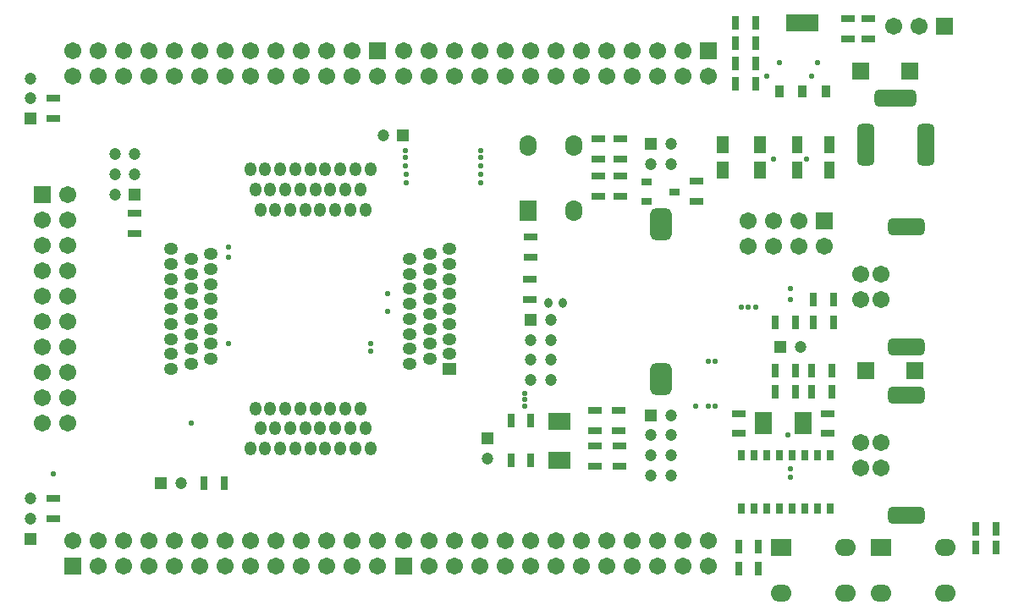
<source format=gts>
G04*
G04 #@! TF.GenerationSoftware,Altium Limited,Altium Designer,19.1.7 (138)*
G04*
G04 Layer_Color=8388736*
%FSTAX24Y24*%
%MOIN*%
G70*
G01*
G75*
%ADD32R,0.0671X0.0671*%
%ADD33R,0.0395X0.0277*%
%ADD34R,0.0568X0.0316*%
G04:AMPARAMS|DCode=35|XSize=86.7mil|YSize=126.1mil|CornerRadius=23.7mil|HoleSize=0mil|Usage=FLASHONLY|Rotation=0.000|XOffset=0mil|YOffset=0mil|HoleType=Round|Shape=RoundedRectangle|*
%AMROUNDEDRECTD35*
21,1,0.0867,0.0787,0,0,0.0*
21,1,0.0394,0.1261,0,0,0.0*
1,1,0.0474,0.0197,-0.0394*
1,1,0.0474,-0.0197,-0.0394*
1,1,0.0474,-0.0197,0.0394*
1,1,0.0474,0.0197,0.0394*
%
%ADD35ROUNDEDRECTD35*%
%ADD36R,0.0395X0.0710*%
%ADD37R,0.0316X0.0568*%
%ADD38R,0.0671X0.0867*%
%ADD39R,0.0867X0.0671*%
%ADD40R,0.0277X0.0395*%
%ADD41R,0.0474X0.0710*%
%ADD42R,0.1261X0.0671*%
%ADD43R,0.0356X0.0474*%
G04:AMPARAMS|DCode=44|XSize=67.1mil|YSize=145.8mil|CornerRadius=18.8mil|HoleSize=0mil|Usage=FLASHONLY|Rotation=270.000|XOffset=0mil|YOffset=0mil|HoleType=Round|Shape=RoundedRectangle|*
%AMROUNDEDRECTD44*
21,1,0.0671,0.1083,0,0,270.0*
21,1,0.0295,0.1458,0,0,270.0*
1,1,0.0375,-0.0541,-0.0148*
1,1,0.0375,-0.0541,0.0148*
1,1,0.0375,0.0541,0.0148*
1,1,0.0375,0.0541,-0.0148*
%
%ADD44ROUNDEDRECTD44*%
%ADD45C,0.0671*%
%ADD46C,0.0474*%
%ADD47R,0.0474X0.0474*%
%ADD48R,0.0474X0.0474*%
G04:AMPARAMS|DCode=49|XSize=165.5mil|YSize=67.1mil|CornerRadius=18.8mil|HoleSize=0mil|Usage=FLASHONLY|Rotation=90.000|XOffset=0mil|YOffset=0mil|HoleType=Round|Shape=RoundedRectangle|*
%AMROUNDEDRECTD49*
21,1,0.1655,0.0295,0,0,90.0*
21,1,0.1280,0.0671,0,0,90.0*
1,1,0.0375,0.0148,0.0640*
1,1,0.0375,0.0148,-0.0640*
1,1,0.0375,-0.0148,-0.0640*
1,1,0.0375,-0.0148,0.0640*
%
%ADD49ROUNDEDRECTD49*%
G04:AMPARAMS|DCode=50|XSize=165.5mil|YSize=67.1mil|CornerRadius=18.8mil|HoleSize=0mil|Usage=FLASHONLY|Rotation=180.000|XOffset=0mil|YOffset=0mil|HoleType=Round|Shape=RoundedRectangle|*
%AMROUNDEDRECTD50*
21,1,0.1655,0.0295,0,0,180.0*
21,1,0.1280,0.0671,0,0,180.0*
1,1,0.0375,-0.0640,0.0148*
1,1,0.0375,0.0640,0.0148*
1,1,0.0375,0.0640,-0.0148*
1,1,0.0375,-0.0640,-0.0148*
%
%ADD50ROUNDEDRECTD50*%
%ADD51R,0.0671X0.0671*%
%ADD52O,0.0828X0.0671*%
%ADD53R,0.0828X0.0671*%
%ADD54O,0.0316X0.0395*%
%ADD55O,0.0671X0.0828*%
%ADD56R,0.0671X0.0828*%
%ADD57O,0.0552X0.0474*%
%ADD58R,0.0552X0.0474*%
%ADD59O,0.0474X0.0552*%
%ADD60C,0.0218*%
D32*
X045632Y01938D02*
D03*
X043691D02*
D03*
X043494Y031191D02*
D03*
X045435D02*
D03*
X042071Y025284D02*
D03*
X025475Y011665D02*
D03*
X024464Y031985D02*
D03*
X037475Y031985D02*
D03*
X012465Y011665D02*
D03*
D33*
X035069Y026053D02*
D03*
Y026801D02*
D03*
X036171Y026427D02*
D03*
D34*
X037008Y026043D02*
D03*
Y026831D02*
D03*
X034026Y027048D02*
D03*
Y02626D02*
D03*
X033169Y02626D02*
D03*
Y027047D02*
D03*
Y028504D02*
D03*
Y027717D02*
D03*
X034022Y0285D02*
D03*
Y027713D02*
D03*
X0438Y033237D02*
D03*
Y03245D02*
D03*
X043004Y033244D02*
D03*
Y032456D02*
D03*
X038677Y017691D02*
D03*
Y016904D02*
D03*
X033967Y017815D02*
D03*
Y017028D02*
D03*
X03301Y017811D02*
D03*
Y017024D02*
D03*
X033006Y01563D02*
D03*
Y016417D02*
D03*
X033976Y01563D02*
D03*
Y016417D02*
D03*
X030472Y022972D02*
D03*
Y022185D02*
D03*
X030473Y023858D02*
D03*
Y024646D02*
D03*
X0117Y013543D02*
D03*
Y014331D02*
D03*
X014873Y025567D02*
D03*
Y024779D02*
D03*
X0117Y030107D02*
D03*
Y029319D02*
D03*
X0422Y016898D02*
D03*
Y017685D02*
D03*
D35*
X035623Y019053D02*
D03*
Y025136D02*
D03*
D36*
X042264Y028278D02*
D03*
X041004D02*
D03*
X042264Y027274D02*
D03*
X041004D02*
D03*
D37*
X040925Y021279D02*
D03*
X040138D02*
D03*
X041565Y018543D02*
D03*
X042352D02*
D03*
X04803Y013147D02*
D03*
X048818D02*
D03*
X038553Y030669D02*
D03*
X03934D02*
D03*
X038556Y031486D02*
D03*
X039344D02*
D03*
X038563Y032287D02*
D03*
X03935D02*
D03*
X038556Y033086D02*
D03*
X039344D02*
D03*
X048818Y012402D02*
D03*
X04803D02*
D03*
X038677Y01245D02*
D03*
X039465D02*
D03*
X038677Y011572D02*
D03*
X039465D02*
D03*
X041563Y01937D02*
D03*
X04235D02*
D03*
X029715Y015846D02*
D03*
X030502D02*
D03*
X029714Y017401D02*
D03*
X030502D02*
D03*
X018417Y014964D02*
D03*
X017629D02*
D03*
X040925Y01937D02*
D03*
X040138D02*
D03*
X040925Y018543D02*
D03*
X040138D02*
D03*
X042421Y022196D02*
D03*
X041634D02*
D03*
X042421Y02128D02*
D03*
X041634D02*
D03*
D38*
X039672Y0173D02*
D03*
X041208D02*
D03*
D39*
X031624Y015845D02*
D03*
Y01738D02*
D03*
D40*
X042299Y016063D02*
D03*
X041799D02*
D03*
X041299D02*
D03*
X040799D02*
D03*
X040299D02*
D03*
X039799D02*
D03*
X039299D02*
D03*
X038799D02*
D03*
Y013937D02*
D03*
X039299D02*
D03*
X039799D02*
D03*
X040299D02*
D03*
X040799D02*
D03*
X041299D02*
D03*
X041799D02*
D03*
X042299D02*
D03*
D41*
X038051Y028278D02*
D03*
X039508D02*
D03*
X038051Y027274D02*
D03*
X039508D02*
D03*
D42*
X0412Y033079D02*
D03*
D43*
X042115Y030392D02*
D03*
X0412D02*
D03*
X040294Y030382D02*
D03*
D44*
X0453Y02505D02*
D03*
Y020326D02*
D03*
Y013691D02*
D03*
Y018415D02*
D03*
D45*
X043489Y022196D02*
D03*
X044276Y02318D02*
D03*
Y022196D02*
D03*
X043489Y02318D02*
D03*
X040071Y024283D02*
D03*
Y025283D02*
D03*
X041071D02*
D03*
Y024283D02*
D03*
X042071Y024283D02*
D03*
X039071Y025283D02*
D03*
Y024283D02*
D03*
X0458Y03295D02*
D03*
X0448D02*
D03*
X043489Y016545D02*
D03*
X044276Y015561D02*
D03*
Y016545D02*
D03*
X043489Y015561D02*
D03*
X011264Y021311D02*
D03*
Y022311D02*
D03*
X012264D02*
D03*
Y023311D02*
D03*
X011264D02*
D03*
X012264Y026311D02*
D03*
X012264Y025311D02*
D03*
X011264D02*
D03*
Y024311D02*
D03*
X012264D02*
D03*
X011264Y020311D02*
D03*
X012264D02*
D03*
Y021311D02*
D03*
Y019311D02*
D03*
X011264D02*
D03*
Y018311D02*
D03*
X012264D02*
D03*
X011264Y017311D02*
D03*
X012264D02*
D03*
X030475Y011665D02*
D03*
X029475D02*
D03*
Y012665D02*
D03*
X028475D02*
D03*
Y011665D02*
D03*
X025475Y012665D02*
D03*
X026475Y012665D02*
D03*
Y011665D02*
D03*
X027475D02*
D03*
Y012665D02*
D03*
X031475Y011665D02*
D03*
Y012665D02*
D03*
X030475D02*
D03*
X032475D02*
D03*
Y011665D02*
D03*
X033475D02*
D03*
Y012665D02*
D03*
X034475Y011665D02*
D03*
Y012665D02*
D03*
X035475Y011665D02*
D03*
Y012665D02*
D03*
X036475Y012666D02*
D03*
Y011666D02*
D03*
X037475Y012665D02*
D03*
Y011665D02*
D03*
X019465Y031985D02*
D03*
X020465D02*
D03*
Y030985D02*
D03*
X021465D02*
D03*
Y031985D02*
D03*
X024464Y030985D02*
D03*
X023465Y030985D02*
D03*
Y031985D02*
D03*
X022465D02*
D03*
Y030985D02*
D03*
X018465Y031985D02*
D03*
Y030985D02*
D03*
X019465D02*
D03*
X017465D02*
D03*
Y031985D02*
D03*
X016465D02*
D03*
Y030985D02*
D03*
X015465Y031985D02*
D03*
Y030985D02*
D03*
X014465Y031985D02*
D03*
Y030985D02*
D03*
X013465Y030985D02*
D03*
Y031985D02*
D03*
X012465Y030985D02*
D03*
Y031985D02*
D03*
X032475Y031985D02*
D03*
X033475D02*
D03*
Y030985D02*
D03*
X034475D02*
D03*
Y031985D02*
D03*
X037475Y030985D02*
D03*
X036475Y030985D02*
D03*
Y031985D02*
D03*
X035475D02*
D03*
Y030985D02*
D03*
X031475Y031985D02*
D03*
Y030985D02*
D03*
X032475D02*
D03*
X030475D02*
D03*
Y031985D02*
D03*
X029475D02*
D03*
Y030985D02*
D03*
X028475Y031985D02*
D03*
Y030985D02*
D03*
X027475Y031985D02*
D03*
Y030985D02*
D03*
X026475Y030985D02*
D03*
Y031985D02*
D03*
X025475Y030985D02*
D03*
Y031985D02*
D03*
X024464Y011665D02*
D03*
Y012665D02*
D03*
X023464Y011665D02*
D03*
Y012665D02*
D03*
X022465Y012665D02*
D03*
Y011665D02*
D03*
X021465Y012665D02*
D03*
Y011665D02*
D03*
X020465Y012665D02*
D03*
Y011665D02*
D03*
X019465D02*
D03*
Y012665D02*
D03*
X017465D02*
D03*
X018465D02*
D03*
Y011665D02*
D03*
X014465Y012665D02*
D03*
Y011665D02*
D03*
X013465D02*
D03*
Y012665D02*
D03*
X012465Y012665D02*
D03*
X015465Y011665D02*
D03*
Y012665D02*
D03*
X016465D02*
D03*
Y011665D02*
D03*
X017465D02*
D03*
D46*
X010787Y030894D02*
D03*
Y030107D02*
D03*
X041113Y020326D02*
D03*
X014902Y027904D02*
D03*
X014114D02*
D03*
Y027116D02*
D03*
X014902D02*
D03*
X014114Y026329D02*
D03*
X036017Y027523D02*
D03*
X03523D02*
D03*
X036017Y028311D02*
D03*
X036014Y017618D02*
D03*
X035226Y016831D02*
D03*
X036014D02*
D03*
Y016043D02*
D03*
X035226D02*
D03*
X035226Y015256D02*
D03*
X036014D02*
D03*
X031282Y021375D02*
D03*
X030494Y020588D02*
D03*
X031282D02*
D03*
Y0198D02*
D03*
X030494D02*
D03*
X030494Y019013D02*
D03*
X031282D02*
D03*
X024682Y028661D02*
D03*
X028789Y015915D02*
D03*
X016713Y014964D02*
D03*
X010787Y014331D02*
D03*
Y013543D02*
D03*
D47*
Y029319D02*
D03*
X028789Y016702D02*
D03*
X010787Y012756D02*
D03*
D48*
X040325Y020326D02*
D03*
X014902Y026329D02*
D03*
X03523Y028311D02*
D03*
X035226Y017618D02*
D03*
X030494Y021375D02*
D03*
X025469Y028661D02*
D03*
X015925Y014964D02*
D03*
D49*
X046063Y028278D02*
D03*
X043691D02*
D03*
D50*
X044872Y030108D02*
D03*
D51*
X0468Y03295D02*
D03*
X011264Y026311D02*
D03*
D52*
X046835Y0124D02*
D03*
Y010628D02*
D03*
X044276Y010628D02*
D03*
X0429Y0124D02*
D03*
Y010628D02*
D03*
X040341Y010628D02*
D03*
D53*
X044276Y0124D02*
D03*
X040341D02*
D03*
D54*
X031201Y022057D02*
D03*
X031752D02*
D03*
D55*
X030404Y028248D02*
D03*
X032175D02*
D03*
X032175Y025689D02*
D03*
D56*
X030404D02*
D03*
D57*
X027303Y024173D02*
D03*
X026516Y023976D02*
D03*
X025728Y02378D02*
D03*
X027303Y023583D02*
D03*
X026516Y023386D02*
D03*
X025728Y023189D02*
D03*
X027303Y022992D02*
D03*
X026516Y022795D02*
D03*
X025728Y022598D02*
D03*
X027303Y022402D02*
D03*
X026516Y022205D02*
D03*
X025728Y022008D02*
D03*
X027303Y021811D02*
D03*
X026516Y021614D02*
D03*
X025728Y021417D02*
D03*
X027303Y02122D02*
D03*
X026516Y021024D02*
D03*
X025728Y020827D02*
D03*
X027303Y02063D02*
D03*
X026516Y020433D02*
D03*
X025728Y020236D02*
D03*
X027303Y020039D02*
D03*
X026516Y019843D02*
D03*
X025728Y019646D02*
D03*
X016319Y024173D02*
D03*
X017894Y023976D02*
D03*
X017106Y02378D02*
D03*
X016319Y023583D02*
D03*
X017894Y023386D02*
D03*
X017106Y023189D02*
D03*
X016319Y022992D02*
D03*
X017894Y022795D02*
D03*
X017106Y022598D02*
D03*
X016319Y022402D02*
D03*
X017894Y022205D02*
D03*
X017106Y022008D02*
D03*
X016319Y021811D02*
D03*
X017894Y021614D02*
D03*
X017106Y021417D02*
D03*
X016319Y02122D02*
D03*
X017894Y021024D02*
D03*
X017106Y020827D02*
D03*
X016319Y02063D02*
D03*
X017894Y020433D02*
D03*
X017106Y020236D02*
D03*
X016319Y020039D02*
D03*
X017894Y019843D02*
D03*
X017106Y019646D02*
D03*
X016319Y019449D02*
D03*
D58*
X027303D02*
D03*
D59*
X024173Y027303D02*
D03*
X023976Y025728D02*
D03*
X02378Y026516D02*
D03*
X023583Y027303D02*
D03*
X023386Y025728D02*
D03*
X023189Y026516D02*
D03*
X022992Y027303D02*
D03*
X022795Y025728D02*
D03*
X022598Y026516D02*
D03*
X022402Y027303D02*
D03*
X022205Y025728D02*
D03*
X022008Y026516D02*
D03*
X021811Y027303D02*
D03*
X021614Y025728D02*
D03*
X021417Y026516D02*
D03*
X02122Y027303D02*
D03*
X021024Y025728D02*
D03*
X020827Y026516D02*
D03*
X02063Y027303D02*
D03*
X020433Y025728D02*
D03*
X020236Y026516D02*
D03*
X020039Y027303D02*
D03*
X019843Y025728D02*
D03*
X019646Y026516D02*
D03*
X019449Y027303D02*
D03*
Y016319D02*
D03*
X019646Y017894D02*
D03*
X019843Y017106D02*
D03*
X020039Y016319D02*
D03*
X020236Y017894D02*
D03*
X020433Y017106D02*
D03*
X02063Y016319D02*
D03*
X020827Y017894D02*
D03*
X021024Y017106D02*
D03*
X02122Y016319D02*
D03*
X021417Y017894D02*
D03*
X021614Y017106D02*
D03*
X021811Y016319D02*
D03*
X022008Y017894D02*
D03*
X022205Y017106D02*
D03*
X022402Y016319D02*
D03*
X022598Y017894D02*
D03*
X022795Y017106D02*
D03*
X022992Y016319D02*
D03*
X023189Y017894D02*
D03*
X023386Y017106D02*
D03*
X023583Y016319D02*
D03*
X02378Y017894D02*
D03*
X023976Y017106D02*
D03*
X024173Y016319D02*
D03*
D60*
X041782Y03151D02*
D03*
X041552Y030985D02*
D03*
X039803Y030994D02*
D03*
X018593Y023839D02*
D03*
Y024252D02*
D03*
X037475Y017972D02*
D03*
Y019744D02*
D03*
X037746Y017972D02*
D03*
Y019744D02*
D03*
X028535Y026766D02*
D03*
X03937Y02188D02*
D03*
X03878Y021881D02*
D03*
X039071D02*
D03*
X040071Y027709D02*
D03*
X04137D02*
D03*
X024173Y020433D02*
D03*
Y020138D02*
D03*
X04062Y01686D02*
D03*
X040718Y022628D02*
D03*
X0117Y015315D02*
D03*
X024855Y022402D02*
D03*
X030256Y017972D02*
D03*
Y018496D02*
D03*
X030257Y018239D02*
D03*
X036978Y01797D02*
D03*
X018593Y020433D02*
D03*
X040294Y03151D02*
D03*
X040718Y022196D02*
D03*
X017106Y017311D02*
D03*
X040718Y01551D02*
D03*
Y015165D02*
D03*
X025574Y027102D02*
D03*
X025571Y027431D02*
D03*
X028533Y028054D02*
D03*
X025571Y028051D02*
D03*
X028533Y027766D02*
D03*
X025571D02*
D03*
X028533Y027431D02*
D03*
X028535Y027102D02*
D03*
X025574Y026766D02*
D03*
X024855Y021705D02*
D03*
M02*

</source>
